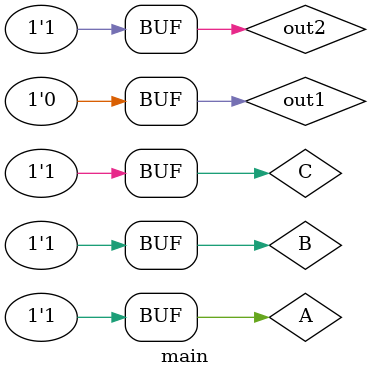
<source format=v>

module main;
    reg A, B;
    wire out1, out2, C;
    
    not not1(out1, B);
    or or1(out2, out1, B);
    or or2(C, out2, A);
       
        
    initial
        begin
            // bits to add
            A = 0;
            B = 0; 
            
            #5; // wait 5 time units
            $display("Result = ", C);
            
            // bits to add
            A = 1;
            B = 0; 
            
            #5; // wait 5 time units
            $display("Result = ", C);
            
            // bits to add
            A = 0;
            B = 1; 
            
            #5; // wait 5 time units
            $display("Result = ", C);
            
            // bits to add
            A = 1;
            B = 1; 
            
            #5; // wait 5 time units
            $display("Result = ", C);
            
        end
endmodule


</source>
